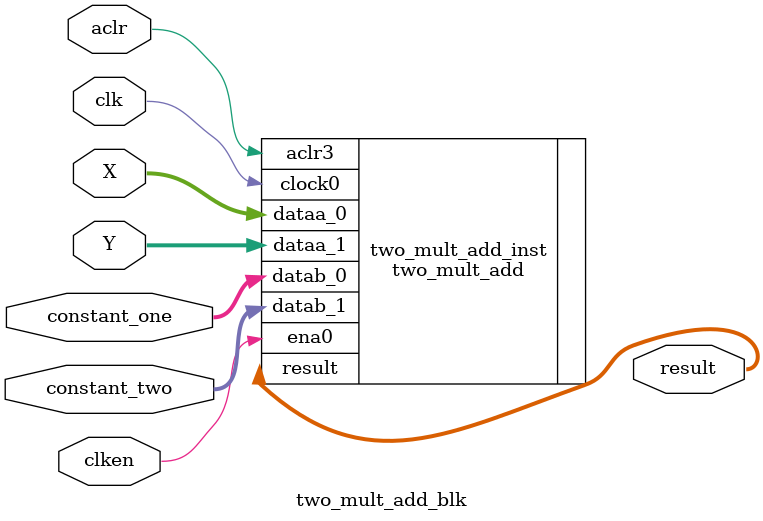
<source format=v>

module two_mult_add_blk(
	aclr,
	clken,
	clk,
	constant_one,
	constant_two,
	X,
	Y,
	result
);

input	aclr;
input	clken;
input	clk;
input	[17:0] constant_one;
input	[17:0] constant_two;
input	[17:0] X;
input	[17:0] Y;
output	[36:0] result;


two_mult_add	two_mult_add_inst(.clock0(clk),
							      .aclr3(aclr),
							      .ena0(clken),
								  .dataa_0(X),
	  							  .dataa_1(Y),
								  .datab_0(constant_one),
								  .datab_1(constant_two),
								  .result(result));

endmodule

</source>
